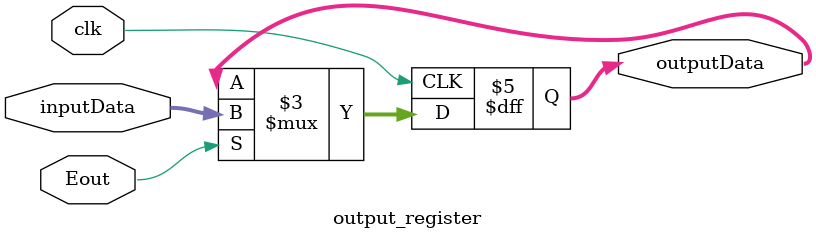
<source format=v>
module output_register(clk, Eout, inputData, outputData);

    // clk is main input clock
    // Eout is input enable signal for output register
    // inputData is input data for output register
    // outputData is output data for output register

    input clk;
    input Eout;
    input [7:0] inputData;
    output reg[7:0] outputData;

    always@(posedge clk)
    begin
        if(Eout)
            outputData <= inputData;
        else
            outputData <= outputData;
    end
endmodule
</source>
